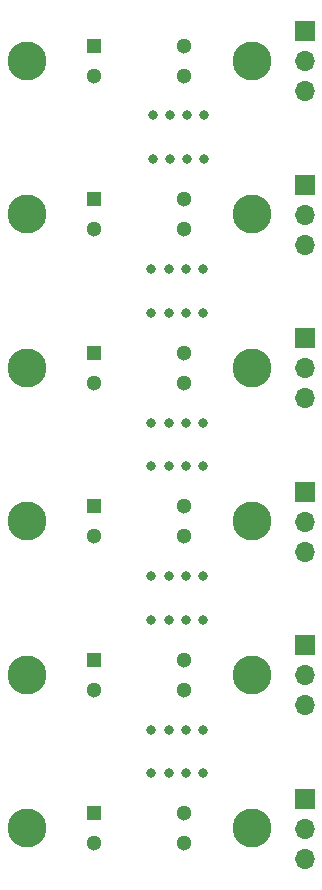
<source format=gbr>
%TF.GenerationSoftware,KiCad,Pcbnew,(5.1.10)-1*%
%TF.CreationDate,2021-10-07T19:24:08+02:00*%
%TF.ProjectId,output.KSI_rotator_endstop,6f757470-7574-42e4-9b53-495f726f7461,rev?*%
%TF.SameCoordinates,Original*%
%TF.FileFunction,Soldermask,Bot*%
%TF.FilePolarity,Negative*%
%FSLAX46Y46*%
G04 Gerber Fmt 4.6, Leading zero omitted, Abs format (unit mm)*
G04 Created by KiCad (PCBNEW (5.1.10)-1) date 2021-10-07 19:24:08*
%MOMM*%
%LPD*%
G01*
G04 APERTURE LIST*
%ADD10C,3.300000*%
%ADD11C,1.300000*%
%ADD12R,1.300000X1.300000*%
%ADD13O,1.700000X1.700000*%
%ADD14R,1.700000X1.700000*%
%ADD15C,0.800000*%
G04 APERTURE END LIST*
D10*
%TO.C,U1*%
X147700000Y-153500000D03*
X128700000Y-153500000D03*
D11*
X142000000Y-154770000D03*
X142000000Y-152230000D03*
X134400000Y-154770000D03*
D12*
X134400000Y-152230000D03*
%TD*%
D10*
%TO.C,U1*%
X147700000Y-140500000D03*
X128700000Y-140500000D03*
D11*
X142000000Y-141770000D03*
X142000000Y-139230000D03*
X134400000Y-141770000D03*
D12*
X134400000Y-139230000D03*
%TD*%
D10*
%TO.C,U1*%
X147700000Y-127500000D03*
X128700000Y-127500000D03*
D11*
X142000000Y-128770000D03*
X142000000Y-126230000D03*
X134400000Y-128770000D03*
D12*
X134400000Y-126230000D03*
%TD*%
D10*
%TO.C,U1*%
X147700000Y-114500000D03*
X128700000Y-114500000D03*
D11*
X142000000Y-115770000D03*
X142000000Y-113230000D03*
X134400000Y-115770000D03*
D12*
X134400000Y-113230000D03*
%TD*%
D10*
%TO.C,U1*%
X147700000Y-101500000D03*
X128700000Y-101500000D03*
D11*
X142000000Y-102770000D03*
X142000000Y-100230000D03*
X134400000Y-102770000D03*
D12*
X134400000Y-100230000D03*
%TD*%
D10*
%TO.C,U1*%
X147700000Y-88500000D03*
X128700000Y-88500000D03*
D11*
X142000000Y-89770000D03*
X142000000Y-87230000D03*
X134400000Y-89770000D03*
D12*
X134400000Y-87230000D03*
%TD*%
D13*
%TO.C,J1*%
X152200000Y-156080000D03*
X152200000Y-153540000D03*
D14*
X152200000Y-151000000D03*
%TD*%
D13*
%TO.C,J1*%
X152200000Y-143080000D03*
X152200000Y-140540000D03*
D14*
X152200000Y-138000000D03*
%TD*%
D13*
%TO.C,J1*%
X152200000Y-130080000D03*
X152200000Y-127540000D03*
D14*
X152200000Y-125000000D03*
%TD*%
D13*
%TO.C,J1*%
X152200000Y-117080000D03*
X152200000Y-114540000D03*
D14*
X152200000Y-112000000D03*
%TD*%
D13*
%TO.C,J1*%
X152200000Y-104080000D03*
X152200000Y-101540000D03*
D14*
X152200000Y-99000000D03*
%TD*%
D13*
%TO.C,J1*%
X152200000Y-91080000D03*
X152200000Y-88540000D03*
D14*
X152200000Y-86000000D03*
%TD*%
D15*
%TO.C,*%
X139212232Y-119150000D03*
X140670741Y-119150000D03*
X142129250Y-119150000D03*
X143587759Y-119150000D03*
%TD*%
%TO.C,*%
X143587758Y-122850000D03*
X142129249Y-122850000D03*
X140670740Y-122850000D03*
X139212231Y-122850000D03*
%TD*%
%TO.C,*%
X139212232Y-132150000D03*
X140670741Y-132150000D03*
X142129250Y-132150000D03*
X143587759Y-132150000D03*
%TD*%
%TO.C,*%
X143587758Y-135850000D03*
X142129249Y-135850000D03*
X140670740Y-135850000D03*
X139212231Y-135850000D03*
%TD*%
%TO.C,*%
X139212232Y-145150000D03*
X140670741Y-145150000D03*
X142129250Y-145150000D03*
X143587759Y-145150000D03*
%TD*%
%TO.C,*%
X143587758Y-148850000D03*
X142129249Y-148850000D03*
X140670740Y-148850000D03*
X139212231Y-148850000D03*
%TD*%
%TO.C,*%
X139312252Y-93150000D03*
X140770754Y-93150000D03*
X142229256Y-93150000D03*
X143687758Y-93150000D03*
%TD*%
%TO.C,*%
X143687748Y-96850000D03*
X142229246Y-96850000D03*
X140770744Y-96850000D03*
X139312242Y-96850000D03*
%TD*%
%TO.C,*%
X139212232Y-106150000D03*
X140670741Y-106150000D03*
X142129250Y-106150000D03*
X143587759Y-106150000D03*
%TD*%
%TO.C,*%
X143587758Y-109850000D03*
X142129249Y-109850000D03*
X140670740Y-109850000D03*
X139212231Y-109850000D03*
%TD*%
M02*

</source>
